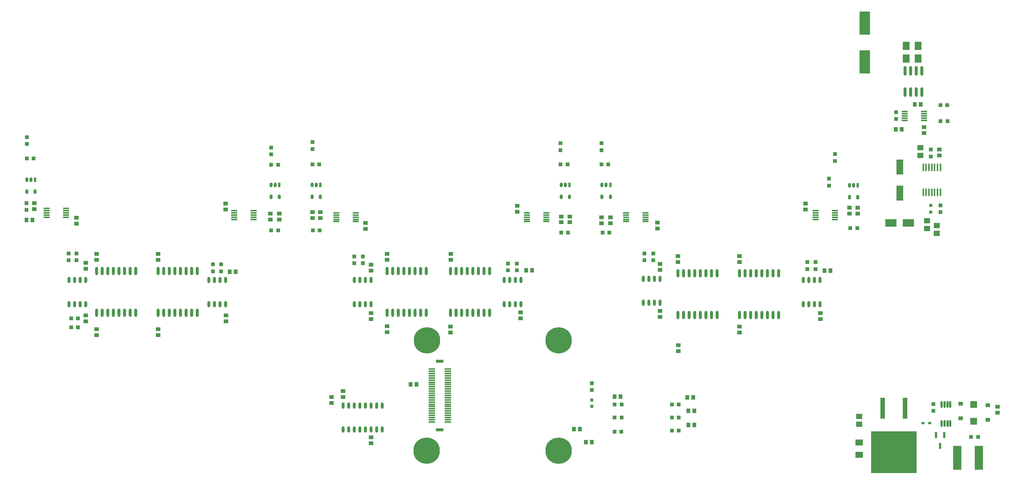
<source format=gtp>
G04*
G04 #@! TF.GenerationSoftware,Altium Limited,Altium Designer,20.0.11 (256)*
G04*
G04 Layer_Color=8421504*
%FSLAX25Y25*%
%MOIN*%
G70*
G01*
G75*
%ADD20R,0.07087X0.05512*%
%ADD21R,0.03937X0.18504*%
%ADD22R,0.41142X0.37795*%
%ADD23R,0.09252X0.20669*%
%ADD24R,0.03937X0.03543*%
%ADD25R,0.06102X0.13583*%
%ADD26R,0.04016X0.03465*%
%ADD27R,0.02756X0.02362*%
%ADD28O,0.01772X0.06299*%
%ADD29R,0.03347X0.03347*%
%ADD30R,0.03347X0.03347*%
%ADD31R,0.06181X0.06122*%
%ADD32R,0.07480X0.21260*%
%ADD33R,0.02362X0.05315*%
%ADD34R,0.05512X0.04724*%
%ADD35R,0.09843X0.06693*%
%ADD36R,0.01400X0.06600*%
%ADD37R,0.03150X0.03150*%
%ADD38R,0.07087X0.03150*%
%ADD39R,0.06299X0.01181*%
%ADD40O,0.06299X0.01181*%
%ADD41C,0.23622*%
%ADD42R,0.03543X0.03937*%
%ADD43R,0.05512X0.04528*%
%ADD44O,0.02362X0.07480*%
%ADD45O,0.02362X0.05709*%
%ADD46R,0.05709X0.01358*%
G04:AMPARAMS|DCode=47|XSize=23.62mil|YSize=39.37mil|CornerRadius=5.91mil|HoleSize=0mil|Usage=FLASHONLY|Rotation=0.000|XOffset=0mil|YOffset=0mil|HoleType=Round|Shape=RoundedRectangle|*
%AMROUNDEDRECTD47*
21,1,0.02362,0.02756,0,0,0.0*
21,1,0.01181,0.03937,0,0,0.0*
1,1,0.01181,0.00591,-0.01378*
1,1,0.01181,-0.00591,-0.01378*
1,1,0.01181,-0.00591,0.01378*
1,1,0.01181,0.00591,0.01378*
%
%ADD47ROUNDEDRECTD47*%
%ADD48R,0.02362X0.03937*%
%ADD49O,0.02362X0.08661*%
%ADD50R,0.05906X0.07284*%
D20*
X-142000Y-391937D02*
D03*
Y-402763D02*
D03*
D21*
X-101000Y-361083D02*
D03*
X-121000D02*
D03*
D22*
X-111000Y-400650D02*
D03*
D23*
X-136845Y-16808D02*
D03*
Y-51454D02*
D03*
D24*
X-578149Y-276339D02*
D03*
Y-281653D02*
D03*
X-83952Y-110037D02*
D03*
Y-115352D02*
D03*
X-18100Y-359993D02*
D03*
Y-365307D02*
D03*
X-70200Y-129950D02*
D03*
Y-135265D02*
D03*
X-176574Y-276339D02*
D03*
Y-281653D02*
D03*
X-248818Y-288150D02*
D03*
Y-293465D02*
D03*
X-319743Y-274370D02*
D03*
Y-279685D02*
D03*
X-303606Y-304942D02*
D03*
Y-310258D02*
D03*
X-444400Y-275544D02*
D03*
Y-280859D02*
D03*
X-507200Y-288102D02*
D03*
Y-293417D02*
D03*
X-578149Y-387264D02*
D03*
Y-392579D02*
D03*
X-603149Y-351331D02*
D03*
Y-346016D02*
D03*
X-613400Y-351093D02*
D03*
Y-356407D02*
D03*
X-707905Y-278307D02*
D03*
Y-283622D02*
D03*
X-768600Y-290702D02*
D03*
Y-296017D02*
D03*
X-823510Y-290702D02*
D03*
Y-296017D02*
D03*
X-833267Y-278307D02*
D03*
Y-283622D02*
D03*
Y-236378D02*
D03*
Y-231063D02*
D03*
X-823621Y-228504D02*
D03*
Y-223189D02*
D03*
X-841554Y-190874D02*
D03*
Y-196189D02*
D03*
X-660039Y-187126D02*
D03*
Y-192441D02*
D03*
X-668326Y-192382D02*
D03*
Y-187067D02*
D03*
X-583149Y-195630D02*
D03*
Y-200945D02*
D03*
X-623444Y-185787D02*
D03*
Y-191102D02*
D03*
X-506909Y-228504D02*
D03*
Y-223189D02*
D03*
X-447440Y-185468D02*
D03*
Y-180153D02*
D03*
X-400609Y-189724D02*
D03*
Y-195039D02*
D03*
X-408287D02*
D03*
Y-189724D02*
D03*
X-364290Y-190406D02*
D03*
Y-195721D02*
D03*
X-372165D02*
D03*
Y-190406D02*
D03*
X-319743Y-237657D02*
D03*
Y-232343D02*
D03*
X-303720Y-230472D02*
D03*
Y-225157D02*
D03*
X-189980Y-183524D02*
D03*
Y-178209D02*
D03*
X-248818Y-230472D02*
D03*
Y-225157D02*
D03*
X-150609Y-187165D02*
D03*
Y-181850D02*
D03*
X-578149Y-238355D02*
D03*
Y-233040D02*
D03*
X-630493Y-191102D02*
D03*
Y-185787D02*
D03*
X-143129Y-181850D02*
D03*
Y-187165D02*
D03*
X-564000Y-293317D02*
D03*
Y-288002D02*
D03*
X-563995Y-223189D02*
D03*
Y-228504D02*
D03*
X-768503D02*
D03*
Y-223189D02*
D03*
X-322066Y-195353D02*
D03*
Y-200668D02*
D03*
X-879153Y-177913D02*
D03*
Y-183228D02*
D03*
X-708139Y-178189D02*
D03*
Y-183504D02*
D03*
D25*
X-105450Y-168845D02*
D03*
Y-145617D02*
D03*
D26*
X-51200Y-370087D02*
D03*
Y-357213D02*
D03*
X-26700Y-358613D02*
D03*
Y-371487D02*
D03*
D27*
X-78947Y-374550D02*
D03*
X-84853D02*
D03*
D28*
X-60361Y-357885D02*
D03*
X-62920D02*
D03*
X-65479D02*
D03*
X-68039D02*
D03*
X-60361Y-374815D02*
D03*
X-62920D02*
D03*
X-65479D02*
D03*
X-68039D02*
D03*
D29*
X-75500Y-363601D02*
D03*
Y-357499D02*
D03*
X-69273Y-185923D02*
D03*
Y-179821D02*
D03*
X-77730Y-136131D02*
D03*
Y-130029D02*
D03*
X-380924Y-345039D02*
D03*
Y-338937D02*
D03*
X-841554Y-228898D02*
D03*
Y-222795D02*
D03*
X-712227Y-238740D02*
D03*
Y-232638D02*
D03*
X-719507Y-238740D02*
D03*
Y-232638D02*
D03*
X-630493Y-129390D02*
D03*
Y-123287D02*
D03*
X-585649Y-231663D02*
D03*
Y-225561D02*
D03*
X-447854Y-237854D02*
D03*
Y-231752D02*
D03*
X-455727Y-237854D02*
D03*
Y-231752D02*
D03*
X-408680Y-130472D02*
D03*
Y-124370D02*
D03*
X-325806Y-228898D02*
D03*
Y-222795D02*
D03*
X-333680Y-228898D02*
D03*
Y-222795D02*
D03*
X-188011Y-236772D02*
D03*
Y-230669D02*
D03*
X-168955Y-155949D02*
D03*
Y-162051D02*
D03*
X-163602Y-140071D02*
D03*
Y-133969D02*
D03*
X-372165Y-130472D02*
D03*
Y-124370D02*
D03*
X-593149Y-231663D02*
D03*
Y-225561D02*
D03*
X-848641Y-228931D02*
D03*
Y-222829D02*
D03*
X-885983Y-124957D02*
D03*
Y-118854D02*
D03*
X-180924Y-236772D02*
D03*
Y-230669D02*
D03*
X-667440Y-134280D02*
D03*
Y-128177D02*
D03*
X-108913Y-102701D02*
D03*
Y-96599D02*
D03*
X-886102Y-184012D02*
D03*
Y-177910D02*
D03*
D30*
X-35598Y-386750D02*
D03*
X-41700D02*
D03*
X-360353Y-369547D02*
D03*
X-354251D02*
D03*
X-360468Y-382050D02*
D03*
X-354365D02*
D03*
X-303070Y-381358D02*
D03*
X-309172D02*
D03*
X-303070Y-369547D02*
D03*
X-309172D02*
D03*
X-303070Y-357736D02*
D03*
X-309172D02*
D03*
X-360353D02*
D03*
X-354251D02*
D03*
X-846318Y-280965D02*
D03*
X-840216D02*
D03*
X-846318Y-288839D02*
D03*
X-840216D02*
D03*
X-879881Y-137732D02*
D03*
X-885983D02*
D03*
X-661338Y-143600D02*
D03*
X-667440D02*
D03*
X-624391Y-143169D02*
D03*
X-630493D02*
D03*
X-624133Y-202224D02*
D03*
X-630235D02*
D03*
X-408287Y-204193D02*
D03*
X-402184D02*
D03*
X-402578Y-143169D02*
D03*
X-408680D02*
D03*
X-366062D02*
D03*
X-372165D02*
D03*
X-365158Y-204193D02*
D03*
X-371260D02*
D03*
X-149724Y-200256D02*
D03*
X-143621D02*
D03*
X-667440Y-202224D02*
D03*
X-661338D02*
D03*
X-69164Y-90150D02*
D03*
X-63062D02*
D03*
X-69087Y-104481D02*
D03*
X-62985D02*
D03*
D31*
X-39400Y-372989D02*
D03*
Y-357911D02*
D03*
D32*
X-34854Y-405550D02*
D03*
X-54146D02*
D03*
D33*
X-69500Y-394774D02*
D03*
X-73240Y-385326D02*
D03*
X-65760D02*
D03*
D34*
X-141804Y-375661D02*
D03*
Y-368574D02*
D03*
X-72570Y-197719D02*
D03*
Y-204805D02*
D03*
X-81061Y-193446D02*
D03*
Y-200533D02*
D03*
D35*
X-113501Y-195421D02*
D03*
X-97753D02*
D03*
D36*
X-69273Y-145924D02*
D03*
X-71832D02*
D03*
X-74391D02*
D03*
X-76950D02*
D03*
X-79509D02*
D03*
X-82068D02*
D03*
X-84627D02*
D03*
X-84627Y-168124D02*
D03*
X-82068D02*
D03*
X-79509D02*
D03*
X-76950D02*
D03*
X-74391D02*
D03*
X-71832D02*
D03*
X-69273D02*
D03*
D37*
X-77730Y-185726D02*
D03*
Y-179821D02*
D03*
X-380924Y-353799D02*
D03*
Y-359705D02*
D03*
D38*
X-516751Y-380571D02*
D03*
Y-319154D02*
D03*
D39*
X-509664Y-326240D02*
D03*
D40*
Y-328209D02*
D03*
Y-330177D02*
D03*
Y-332146D02*
D03*
Y-334114D02*
D03*
Y-336083D02*
D03*
Y-338051D02*
D03*
Y-340020D02*
D03*
Y-341988D02*
D03*
Y-343957D02*
D03*
Y-345925D02*
D03*
Y-347894D02*
D03*
Y-349862D02*
D03*
Y-351831D02*
D03*
Y-353799D02*
D03*
Y-355768D02*
D03*
Y-357736D02*
D03*
Y-359705D02*
D03*
Y-361673D02*
D03*
Y-363642D02*
D03*
Y-365610D02*
D03*
Y-367579D02*
D03*
Y-369547D02*
D03*
Y-371516D02*
D03*
Y-373484D02*
D03*
X-523838D02*
D03*
Y-371516D02*
D03*
Y-369547D02*
D03*
Y-367579D02*
D03*
Y-365610D02*
D03*
Y-363642D02*
D03*
Y-361673D02*
D03*
Y-359705D02*
D03*
Y-357736D02*
D03*
Y-355768D02*
D03*
Y-353799D02*
D03*
Y-351831D02*
D03*
Y-349862D02*
D03*
Y-347894D02*
D03*
Y-345925D02*
D03*
Y-343957D02*
D03*
Y-341988D02*
D03*
Y-340020D02*
D03*
Y-338051D02*
D03*
Y-336083D02*
D03*
Y-334114D02*
D03*
Y-332146D02*
D03*
Y-330177D02*
D03*
Y-328209D02*
D03*
Y-326240D02*
D03*
D41*
X-528247Y-300509D02*
D03*
X-410452Y-300650D02*
D03*
X-528562Y-399075D02*
D03*
X-410452D02*
D03*
D42*
X-295380Y-351548D02*
D03*
X-290065D02*
D03*
X-294583Y-363642D02*
D03*
X-289268D02*
D03*
X-294583Y-376102D02*
D03*
X-289268D02*
D03*
X-355117Y-350929D02*
D03*
X-360432D02*
D03*
X-391543Y-379900D02*
D03*
X-396858D02*
D03*
X-380925Y-391385D02*
D03*
X-386239D02*
D03*
X-537442Y-340020D02*
D03*
X-542758D02*
D03*
X-92007Y-89626D02*
D03*
X-86693D02*
D03*
X-704448Y-239118D02*
D03*
X-699133D02*
D03*
X-439389Y-237854D02*
D03*
X-434074D02*
D03*
X-172952Y-238347D02*
D03*
X-167637D02*
D03*
X-103856Y-111850D02*
D03*
X-109171D02*
D03*
X-886180Y-192772D02*
D03*
X-880865D02*
D03*
D43*
X-87158Y-128376D02*
D03*
Y-135265D02*
D03*
D44*
X-788621Y-238642D02*
D03*
X-793621D02*
D03*
X-798621D02*
D03*
X-803621D02*
D03*
X-808621D02*
D03*
X-813621D02*
D03*
X-818621D02*
D03*
X-823621D02*
D03*
X-788621Y-276043D02*
D03*
X-793621D02*
D03*
X-798621D02*
D03*
X-803621D02*
D03*
X-808621D02*
D03*
X-813621D02*
D03*
X-818621D02*
D03*
X-823621D02*
D03*
X-733503Y-238642D02*
D03*
X-738503D02*
D03*
X-743503D02*
D03*
X-748503D02*
D03*
X-753503D02*
D03*
X-758503D02*
D03*
X-763503D02*
D03*
X-768503D02*
D03*
X-733503Y-276043D02*
D03*
X-738503D02*
D03*
X-743503D02*
D03*
X-748503D02*
D03*
X-753503D02*
D03*
X-758503D02*
D03*
X-763503D02*
D03*
X-768503D02*
D03*
X-528779Y-238642D02*
D03*
X-533779D02*
D03*
X-538779D02*
D03*
X-543779D02*
D03*
X-548779D02*
D03*
X-553779D02*
D03*
X-558779D02*
D03*
X-563779D02*
D03*
X-528779Y-276043D02*
D03*
X-533779D02*
D03*
X-538779D02*
D03*
X-543779D02*
D03*
X-548779D02*
D03*
X-553779D02*
D03*
X-558779D02*
D03*
X-563779D02*
D03*
X-472224Y-238642D02*
D03*
X-477224D02*
D03*
X-482224D02*
D03*
X-487224D02*
D03*
X-492224D02*
D03*
X-497224D02*
D03*
X-502224D02*
D03*
X-507224D02*
D03*
X-472224Y-276043D02*
D03*
X-477224D02*
D03*
X-482224D02*
D03*
X-487224D02*
D03*
X-492224D02*
D03*
X-497224D02*
D03*
X-502224D02*
D03*
X-507224D02*
D03*
X-268720Y-240610D02*
D03*
X-273720D02*
D03*
X-278720D02*
D03*
X-283720D02*
D03*
X-288720D02*
D03*
X-293720D02*
D03*
X-298720D02*
D03*
X-303720D02*
D03*
X-268720Y-278012D02*
D03*
X-273720D02*
D03*
X-278720D02*
D03*
X-283720D02*
D03*
X-288720D02*
D03*
X-293720D02*
D03*
X-298720D02*
D03*
X-303720D02*
D03*
X-213800Y-240628D02*
D03*
X-218800D02*
D03*
X-223800D02*
D03*
X-228800D02*
D03*
X-233800D02*
D03*
X-238800D02*
D03*
X-243800D02*
D03*
X-248800D02*
D03*
X-213800Y-278030D02*
D03*
X-218800D02*
D03*
X-223800D02*
D03*
X-228800D02*
D03*
X-233800D02*
D03*
X-238800D02*
D03*
X-243800D02*
D03*
X-248800D02*
D03*
D45*
X-848267Y-268071D02*
D03*
X-843267D02*
D03*
X-838267D02*
D03*
X-833267D02*
D03*
X-848267Y-246614D02*
D03*
X-843267D02*
D03*
X-838267D02*
D03*
X-833267D02*
D03*
X-723070Y-268071D02*
D03*
X-718070D02*
D03*
X-713070D02*
D03*
X-708070D02*
D03*
X-723070Y-246614D02*
D03*
X-718070D02*
D03*
X-713070D02*
D03*
X-708070D02*
D03*
X-593149Y-268071D02*
D03*
X-588149D02*
D03*
X-583149D02*
D03*
X-578149D02*
D03*
X-593149Y-246614D02*
D03*
X-588149D02*
D03*
X-583149D02*
D03*
X-578149D02*
D03*
X-459291Y-268071D02*
D03*
X-454290D02*
D03*
X-449291D02*
D03*
X-444290D02*
D03*
X-459291Y-246614D02*
D03*
X-454290D02*
D03*
X-449291D02*
D03*
X-444290D02*
D03*
X-334743Y-266988D02*
D03*
X-329743D02*
D03*
X-324743D02*
D03*
X-319743D02*
D03*
X-334743Y-245532D02*
D03*
X-329743D02*
D03*
X-324743D02*
D03*
X-319743D02*
D03*
X-191968Y-268071D02*
D03*
X-186968D02*
D03*
X-181968D02*
D03*
X-176968D02*
D03*
X-191968Y-246614D02*
D03*
X-186968D02*
D03*
X-181968D02*
D03*
X-176968D02*
D03*
X-568149Y-358819D02*
D03*
X-573149D02*
D03*
X-578149D02*
D03*
X-583149D02*
D03*
X-588149D02*
D03*
X-593149D02*
D03*
X-598149D02*
D03*
X-603149D02*
D03*
X-568149Y-380276D02*
D03*
X-573149D02*
D03*
X-578149D02*
D03*
X-583149D02*
D03*
X-588149D02*
D03*
X-593149D02*
D03*
X-598149D02*
D03*
X-603149D02*
D03*
D46*
X-868017Y-182539D02*
D03*
Y-184508D02*
D03*
Y-186476D02*
D03*
Y-188445D02*
D03*
Y-190413D02*
D03*
X-850694Y-182539D02*
D03*
Y-184508D02*
D03*
Y-186476D02*
D03*
Y-188445D02*
D03*
Y-190413D02*
D03*
X-609271Y-186476D02*
D03*
Y-188445D02*
D03*
Y-190413D02*
D03*
Y-192382D02*
D03*
Y-194350D02*
D03*
X-591948Y-186476D02*
D03*
Y-188445D02*
D03*
Y-190413D02*
D03*
Y-192382D02*
D03*
Y-194350D02*
D03*
X-350216Y-186476D02*
D03*
Y-188445D02*
D03*
Y-190413D02*
D03*
Y-192382D02*
D03*
Y-194350D02*
D03*
X-332893Y-186476D02*
D03*
Y-188445D02*
D03*
Y-190413D02*
D03*
Y-192382D02*
D03*
Y-194350D02*
D03*
X-163602Y-192382D02*
D03*
Y-190413D02*
D03*
Y-188445D02*
D03*
Y-186476D02*
D03*
Y-184508D02*
D03*
X-180924Y-192382D02*
D03*
Y-190413D02*
D03*
Y-188445D02*
D03*
Y-186476D02*
D03*
Y-184508D02*
D03*
X-101075Y-95913D02*
D03*
Y-97882D02*
D03*
Y-99850D02*
D03*
Y-101819D02*
D03*
Y-103787D02*
D03*
X-83752Y-95913D02*
D03*
Y-97882D02*
D03*
Y-99850D02*
D03*
Y-101819D02*
D03*
Y-103787D02*
D03*
X-700609Y-184508D02*
D03*
Y-186476D02*
D03*
Y-188445D02*
D03*
Y-190413D02*
D03*
Y-192382D02*
D03*
X-683287Y-184508D02*
D03*
Y-186476D02*
D03*
Y-188445D02*
D03*
Y-190413D02*
D03*
Y-192382D02*
D03*
X-438798Y-186476D02*
D03*
Y-188445D02*
D03*
Y-190413D02*
D03*
Y-192382D02*
D03*
Y-194350D02*
D03*
X-421476Y-186476D02*
D03*
Y-188445D02*
D03*
Y-190413D02*
D03*
Y-192382D02*
D03*
Y-194350D02*
D03*
D47*
X-878503Y-167654D02*
D03*
X-885983D02*
D03*
Y-156827D02*
D03*
X-882243D02*
D03*
X-660039Y-172205D02*
D03*
X-667519D02*
D03*
Y-161378D02*
D03*
X-663779D02*
D03*
X-623444Y-172205D02*
D03*
X-630924D02*
D03*
Y-161378D02*
D03*
X-627184D02*
D03*
X-400806Y-172205D02*
D03*
X-408287D02*
D03*
Y-161378D02*
D03*
X-404546D02*
D03*
X-143129Y-172697D02*
D03*
X-150609D02*
D03*
Y-161870D02*
D03*
X-146869D02*
D03*
X-368031Y-161378D02*
D03*
X-371771D02*
D03*
Y-172205D02*
D03*
X-364290D02*
D03*
D48*
X-878503Y-156827D02*
D03*
X-660039Y-161378D02*
D03*
X-623444D02*
D03*
X-400806D02*
D03*
X-143129Y-161870D02*
D03*
X-364290Y-161378D02*
D03*
D49*
X-100982Y-78522D02*
D03*
X-95982D02*
D03*
X-90982D02*
D03*
X-85982D02*
D03*
X-100982Y-59625D02*
D03*
X-95982D02*
D03*
X-90982D02*
D03*
X-85982D02*
D03*
D50*
X-99717Y-37350D02*
D03*
X-89283D02*
D03*
X-99716Y-48417D02*
D03*
X-89283D02*
D03*
M02*

</source>
